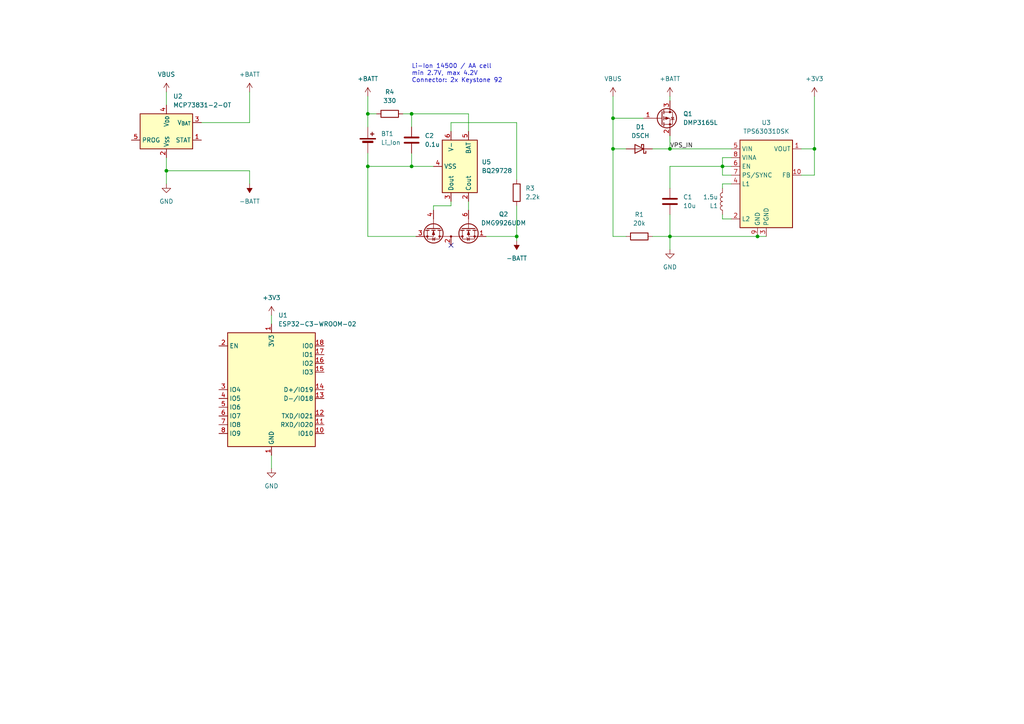
<source format=kicad_sch>
(kicad_sch (version 20230121) (generator eeschema)
  (paper "A4")
  (lib_symbols
    (symbol "0_thisproject:ESP32-C3-WROOM-02"
      (property "Reference" "U" (at -11.43 17.78 0))
      (property "Value" "ESP32-C3-WROOM-02" (at 12.7 17.78 0))
      (symbol "ESP32-C3-WROOM-02_0_1"
        (rectangle (start -12.7 16.51) (end 12.7 -16.51) (stroke (width 0.254)) (fill (type background)))
      )
      (symbol "ESP32-C3-WROOM-02_1_1"
        (pin power_in line (at 0 19.05 270) (length 2.54) (name "3V3") (number "1"))
        (pin power_in line (at 0 -19.05 90) (length 2.54) (name "GND") (number "1"))
        (pin bidirectional line (at 15.24 -12.7 180) (length 2.54) (name "IO10") (number "10"))
        (pin bidirectional line (at 15.24 -10.16 180) (length 2.54) (name "RXD/IO20") (number "11"))
        (pin bidirectional line (at 15.24 -7.62 180) (length 2.54) (name "TXD/IO21") (number "12"))
        (pin bidirectional line (at 15.24 -2.54 180) (length 2.54) (name "D-/IO18") (number "13"))
        (pin bidirectional line (at 15.24 0 180) (length 2.54) (name "D+/IO19") (number "14"))
        (pin bidirectional line (at 15.24 5.08 180) (length 2.54) (name "IO3") (number "15"))
        (pin bidirectional line (at 15.24 7.62 180) (length 2.54) (name "IO2") (number "16"))
        (pin bidirectional line (at 15.24 10.16 180) (length 2.54) (name "IO1") (number "17"))
        (pin bidirectional line (at 15.24 12.7 180) (length 2.54) (name "IO0") (number "18"))
        (pin passive line (at 0 -19.05 90) (length 2.54) hide (name "GND") (number "19"))
        (pin input line (at -15.24 12.7 0) (length 2.54) (name "EN") (number "2"))
        (pin bidirectional line (at -15.24 0 0) (length 2.54) (name "IO4") (number "3"))
        (pin bidirectional line (at -15.24 -2.54 0) (length 2.54) (name "IO5") (number "4"))
        (pin bidirectional line (at -15.24 -5.08 0) (length 2.54) (name "IO6") (number "5"))
        (pin bidirectional line (at -15.24 -7.62 0) (length 2.54) (name "IO7") (number "6"))
        (pin bidirectional line (at -15.24 -10.16 0) (length 2.54) (name "IO8") (number "7"))
        (pin bidirectional line (at -15.24 -12.7 0) (length 2.54) (name "IO9") (number "8"))
      )
    )
    (symbol "Battery_Management:BQ297xy"
      (property "Reference" "U" (at -6.35 6.35 0))
      (property "Value" "BQ297xy" (at 5.08 -6.35 0))
      (symbol "BQ297xy_0_1"
        (rectangle (start -7.62 5.08) (end 7.62 -5.08) (stroke (width 0.254)) (fill (type background)))
      )
      (symbol "BQ297xy_1_1"
        (pin no_connect line (at 7.62 0 180) (length 2.54) hide (name "NC") (number "1"))
        (pin output line (at 10.16 2.54 180) (length 2.54) (name "Cout") (number "2"))
        (pin output line (at 10.16 -2.54 180) (length 2.54) (name "Dout") (number "3"))
        (pin power_in line (at 0 -7.62 90) (length 2.54) (name "VSS") (number "4"))
        (pin input line (at -10.16 2.54 0) (length 2.54) (name "BAT") (number "5"))
        (pin input line (at -10.16 -2.54 0) (length 2.54) (name "V-") (number "6"))
      )
    )
    (symbol "Battery_Management:MCP73831-2-OT"
      (property "Reference" "U" (at -7.62 6.35 0))
      (property "Value" "MCP73831-2-OT" (at 1.27 6.35 0))
      (symbol "MCP73831-2-OT_0_1"
        (rectangle (start -7.62 5.08) (end 7.62 -5.08) (stroke (width 0.254)) (fill (type background)))
      )
      (symbol "MCP73831-2-OT_1_1"
        (pin output line (at 10.16 -2.54 180) (length 2.54) (name "STAT") (number "1"))
        (pin power_in line (at 0 -7.62 90) (length 2.54) (name "V_{SS}") (number "2"))
        (pin power_out line (at 10.16 2.54 180) (length 2.54) (name "V_{BAT}") (number "3"))
        (pin power_in line (at 0 7.62 270) (length 2.54) (name "V_{DD}") (number "4"))
        (pin input line (at -10.16 -2.54 0) (length 2.54) (name "PROG") (number "5"))
      )
    )
    (symbol "Device:Battery_Cell" (pin_numbers hide) (pin_names (offset 0) hide)
      (property "Reference" "BT" (at 2.54 2.54 0))
      (property "Value" "Battery_Cell" (at 2.54 0 0))
      (symbol "Battery_Cell_0_1"
        (rectangle (start -2.286 1.778) (end 2.286 1.524) (fill (type outline)))
        (rectangle (start -1.524 1.016) (end 1.524 0.508) (fill (type outline)))
        (polyline (pts (xy 0 0.762) (xy 0 0)))
        (polyline (pts (xy 0 1.778) (xy 0 2.54)))
        (polyline (pts (xy 0.762 3.048) (xy 1.778 3.048)) (stroke (width 0.254)))
        (polyline (pts (xy 1.27 3.556) (xy 1.27 2.54)) (stroke (width 0.254)))
      )
      (symbol "Battery_Cell_1_1"
        (pin passive line (at 0 5.08 270) (length 2.54) (name "+") (number "1"))
        (pin passive line (at 0 -2.54 90) (length 2.54) (name "-") (number "2"))
      )
    )
    (symbol "Device:C" (pin_numbers hide) (pin_names (offset 0.254))
      (property "Reference" "C" (at 0.635 2.54 0))
      (property "Value" "C" (at 0.635 -2.54 0))
      (symbol "C_0_1"
        (polyline (pts (xy -2.032 -0.762) (xy 2.032 -0.762)) (stroke (width 0.508)))
        (polyline (pts (xy -2.032 0.762) (xy 2.032 0.762)) (stroke (width 0.508)))
      )
      (symbol "C_1_1"
        (pin passive line (at 0 3.81 270) (length 2.794) (name "~") (number "1"))
        (pin passive line (at 0 -3.81 90) (length 2.794) (name "~") (number "2"))
      )
    )
    (symbol "Device:D_Schottky" (pin_numbers hide) (pin_names (offset 1.016) hide)
      (property "Reference" "D" (at 0 2.54 0))
      (property "Value" "D_Schottky" (at 0 -2.54 0))
      (symbol "D_Schottky_0_1"
        (polyline (pts (xy 1.27 0) (xy -1.27 0)))
        (polyline (pts (xy 1.27 1.27) (xy 1.27 -1.27) (xy -1.27 0) (xy 1.27 1.27)) (stroke (width 0.254)))
        (polyline (pts (xy -1.905 0.635) (xy -1.905 1.27) (xy -1.27 1.27) (xy -1.27 -1.27) (xy -0.635 -1.27) (xy -0.635 -0.635)) (stroke (width 0.254)))
      )
      (symbol "D_Schottky_1_1"
        (pin passive line (at -3.81 0 0) (length 2.54) (name "K") (number "1"))
        (pin passive line (at 3.81 0 180) (length 2.54) (name "A") (number "2"))
      )
    )
    (symbol "Device:L" (pin_numbers hide) (pin_names (offset 1.016) hide)
      (property "Reference" "L" (at -1.27 0 90))
      (property "Value" "L" (at 1.905 0 90))
      (symbol "L_0_1"
        (arc (start 0 -2.54) (mid 0.6323 -1.905) (end 0 -1.27))
        (arc (start 0 -1.27) (mid 0.6323 -0.635) (end 0 0))
        (arc (start 0 0) (mid 0.6323 0.635) (end 0 1.27))
        (arc (start 0 1.27) (mid 0.6323 1.905) (end 0 2.54))
      )
      (symbol "L_1_1"
        (pin passive line (at 0 3.81 270) (length 1.27) (name "1") (number "1"))
        (pin passive line (at 0 -3.81 90) (length 1.27) (name "2") (number "2"))
      )
    )
    (symbol "Device:R" (pin_numbers hide) (pin_names (offset 0))
      (property "Reference" "R" (at 2.032 0 90))
      (property "Value" "R" (at 0 0 90))
      (symbol "R_0_1"
        (rectangle (start -1.016 -2.54) (end 1.016 2.54) (stroke (width 0.254)))
      )
      (symbol "R_1_1"
        (pin passive line (at 0 3.81 270) (length 1.27) (name "~") (number "1"))
        (pin passive line (at 0 -3.81 90) (length 1.27) (name "~") (number "2"))
      )
    )
    (symbol "Regulator_Switching:TPS63031DSK"
      (property "Reference" "U" (at -7.62 13.97 0))
      (property "Value" "TPS63031DSK" (at 5.08 13.97 0))
      (symbol "TPS63031DSK_0_1"
        (rectangle (start -7.62 12.7) (end 7.62 -12.7) (stroke (width 0.254)) (fill (type background)))
      )
      (symbol "TPS63031DSK_1_1"
        (pin power_out line (at 10.16 10.16 180) (length 2.54) (name "VOUT") (number "1"))
        (pin input line (at 10.16 2.54 180) (length 2.54) (name "FB") (number "10"))
        (pin passive line (at 0 -15.24 90) (length 2.54) hide (name "PGND") (number "11"))
        (pin input line (at -10.16 -10.16 0) (length 2.54) (name "L2") (number "2"))
        (pin power_in line (at 0 -15.24 90) (length 2.54) (name "PGND") (number "3"))
        (pin input line (at -10.16 0 0) (length 2.54) (name "L1") (number "4"))
        (pin power_in line (at -10.16 10.16 0) (length 2.54) (name "VIN") (number "5"))
        (pin input line (at -10.16 5.08 0) (length 2.54) (name "EN") (number "6"))
        (pin input line (at -10.16 2.54 0) (length 2.54) (name "PS/SYNC") (number "7"))
        (pin passive line (at -10.16 7.62 0) (length 2.54) (name "VINA") (number "8"))
        (pin power_in line (at -2.54 -15.24 90) (length 2.54) (name "GND") (number "9"))
      )
    )
    (symbol "Transistor_FET:DMG2301L" (pin_names hide)
      (property "Reference" "Q" (at 5.08 1.905 0))
      (property "Value" "DMG2301L" (at 5.08 0 0))
      (symbol "DMG2301L_0_1"
        (polyline (pts (xy 0.254 0) (xy -2.54 0)))
        (polyline (pts (xy 0.254 1.905) (xy 0.254 -1.905)) (stroke (width 0.254)))
        (polyline (pts (xy 0.762 -1.27) (xy 0.762 -2.286)) (stroke (width 0.254)))
        (polyline (pts (xy 0.762 0.508) (xy 0.762 -0.508)) (stroke (width 0.254)))
        (polyline (pts (xy 0.762 2.286) (xy 0.762 1.27)) (stroke (width 0.254)))
        (polyline (pts (xy 2.54 2.54) (xy 2.54 1.778)))
        (polyline (pts (xy 2.54 -2.54) (xy 2.54 0) (xy 0.762 0)))
        (polyline (pts (xy 0.762 1.778) (xy 3.302 1.778) (xy 3.302 -1.778) (xy 0.762 -1.778)))
        (polyline (pts (xy 2.286 0) (xy 1.27 0.381) (xy 1.27 -0.381) (xy 2.286 0)) (fill (type outline)))
        (polyline (pts (xy 2.794 -0.508) (xy 2.921 -0.381) (xy 3.683 -0.381) (xy 3.81 -0.254)))
        (polyline (pts (xy 3.302 -0.381) (xy 2.921 0.254) (xy 3.683 0.254) (xy 3.302 -0.381)))
        (circle (center 1.651 0) (radius 2.794) (stroke (width 0.254)))
        (circle (center 2.54 -1.778) (radius 0.254) (fill (type outline)))
        (circle (center 2.54 1.778) (radius 0.254) (fill (type outline)))
      )
      (symbol "DMG2301L_1_1"
        (pin input line (at -5.08 0 0) (length 2.54) (name "G") (number "1"))
        (pin passive line (at 2.54 -5.08 90) (length 2.54) (name "S") (number "2"))
        (pin passive line (at 2.54 5.08 270) (length 2.54) (name "D") (number "3"))
      )
    )
    (symbol "Transistor_FET:DMG9926UDM" (pin_names hide)
      (property "Reference" "Q" (at 2.54 3.175 0))
      (property "Value" "DMG9926UDM" (at 2.54 5.08 0))
      (symbol "DMG9926UDM_0_1"
        (circle (center -0.889 5.08) (radius 2.794) (stroke (width 0.254)))
        (polyline (pts (xy -2.286 3.175) (xy -2.286 6.985)) (stroke (width 0.254)))
        (polyline (pts (xy -2.286 5.08) (xy -5.08 5.08)))
        (polyline (pts (xy -1.778 2.794) (xy -1.778 3.81)) (stroke (width 0.254)))
        (polyline (pts (xy -1.778 4.572) (xy -1.778 5.588)) (stroke (width 0.254)))
        (polyline (pts (xy -1.778 6.35) (xy -1.778 7.366)) (stroke (width 0.254)))
        (polyline (pts (xy 0 -3.302) (xy 0 3.302)))
        (polyline (pts (xy 0 7.62) (xy 0 5.08) (xy -1.778 5.08)))
        (polyline (pts (xy -1.778 6.858) (xy 0.762 6.858) (xy 0.762 3.302) (xy -1.778 3.302)))
        (polyline (pts (xy -1.524 5.08) (xy -0.508 4.699) (xy -0.508 5.461) (xy -1.524 5.08)) (fill (type outline)))
        (polyline (pts (xy 0.254 4.572) (xy 0.381 4.699) (xy 1.143 4.699) (xy 1.27 4.826)))
        (polyline (pts (xy 0.762 4.699) (xy 0.381 5.334) (xy 1.143 5.334) (xy 0.762 4.699)))
        (circle (center 0 3.302) (radius 0.254) (fill (type outline)))
        (circle (center 0 6.858) (radius 0.254) (fill (type outline)))
      )
      (symbol "DMG9926UDM_1_1"
        (circle (center -0.889 -5.08) (radius 2.794) (stroke (width 0.254)))
        (circle (center 0 -6.858) (radius 0.254) (fill (type outline)))
        (circle (center 0 -3.302) (radius 0.254) (fill (type outline)))
        (polyline (pts (xy -2.286 -5.08) (xy -5.08 -5.08)))
        (polyline (pts (xy -2.286 -3.175) (xy -2.286 -6.985)) (stroke (width 0.254)))
        (polyline (pts (xy -1.778 -6.35) (xy -1.778 -7.366)) (stroke (width 0.254)))
        (polyline (pts (xy -1.778 -4.572) (xy -1.778 -5.588)) (stroke (width 0.254)))
        (polyline (pts (xy -1.778 -2.794) (xy -1.778 -3.81)) (stroke (width 0.254)))
        (polyline (pts (xy 0 -7.62) (xy 0 -5.08) (xy -1.778 -5.08)))
        (polyline (pts (xy -1.778 -6.858) (xy 0.762 -6.858) (xy 0.762 -3.302) (xy -1.778 -3.302)))
        (polyline (pts (xy -1.524 -5.08) (xy -0.508 -4.699) (xy -0.508 -5.461) (xy -1.524 -5.08)) (fill (type outline)))
        (polyline (pts (xy 0.254 -4.572) (xy 0.381 -4.699) (xy 1.143 -4.699) (xy 1.27 -4.826)))
        (polyline (pts (xy 0.762 -4.699) (xy 0.381 -5.334) (xy 1.143 -5.334) (xy 0.762 -4.699)))
        (circle (center 0 0) (radius 0.254) (fill (type outline)))
        (pin passive line (at 0 10.16 270) (length 2.54) (name "D1") (number "1"))
        (pin passive line (at 2.54 0 180) (length 2.54) (name "S1/D2") (number "2"))
        (pin passive line (at 0 -10.16 90) (length 2.54) (name "S2") (number "3"))
        (pin input line (at -7.62 -5.08 0) (length 2.54) (name "G2") (number "4"))
        (pin passive line (at 2.54 0 180) (length 2.54) hide (name "S1/D2") (number "5"))
        (pin input line (at -7.62 5.08 0) (length 2.54) (name "G1") (number "6"))
      )
    )
    (symbol "power:+3V3" (power) (pin_names (offset 0))
      (property "Value" "+3V3" (at 0 3.556 0))
      (symbol "+3V3_0_1"
        (polyline (pts (xy -0.762 1.27) (xy 0 2.54)))
        (polyline (pts (xy 0 0) (xy 0 2.54)))
        (polyline (pts (xy 0 2.54) (xy 0.762 1.27)))
      )
      (symbol "+3V3_1_1"
        (pin power_in line (at 0 0 90) (length 0) hide (name "+3V3") (number "1"))
      )
    )
    (symbol "power:+BATT" (power) (pin_names (offset 0))
      (property "Value" "+BATT" (at 0 3.556 0))
      (symbol "+BATT_0_1"
        (polyline (pts (xy -0.762 1.27) (xy 0 2.54)))
        (polyline (pts (xy 0 0) (xy 0 2.54)))
        (polyline (pts (xy 0 2.54) (xy 0.762 1.27)))
      )
      (symbol "+BATT_1_1"
        (pin power_in line (at 0 0 90) (length 0) hide (name "+BATT") (number "1"))
      )
    )
    (symbol "power:-BATT" (power) (pin_names (offset 0))
      (property "Value" "-BATT" (at 0 3.556 0))
      (symbol "-BATT_0_1"
        (polyline (pts (xy 0 0) (xy 0 2.54)))
        (polyline (pts (xy 0.762 1.27) (xy -0.762 1.27) (xy 0 2.54) (xy 0.762 1.27)) (fill (type outline)))
      )
      (symbol "-BATT_1_1"
        (pin power_in line (at 0 0 90) (length 0) hide (name "-BATT") (number "1"))
      )
    )
    (symbol "power:GND" (power) (pin_names (offset 0))
      (property "Value" "GND" (at 0 -3.81 0))
      (symbol "GND_0_1"
        (polyline (pts (xy 0 0) (xy 0 -1.27) (xy 1.27 -1.27) (xy 0 -2.54) (xy -1.27 -1.27) (xy 0 -1.27)))
      )
      (symbol "GND_1_1"
        (pin power_in line (at 0 0 270) (length 0) hide (name "GND") (number "1"))
      )
    )
    (symbol "power:VBUS" (power) (pin_names (offset 0))
      (property "Value" "VBUS" (at 0 3.81 0))
      (symbol "VBUS_0_1"
        (polyline (pts (xy -0.762 1.27) (xy 0 2.54)))
        (polyline (pts (xy 0 0) (xy 0 2.54)))
        (polyline (pts (xy 0 2.54) (xy 0.762 1.27)))
      )
      (symbol "VBUS_1_1"
        (pin power_in line (at 0 0 90) (length 0) hide (name "VBUS") (number "1"))
      )
    )
  )
  (junction (at 177.8 43.18))
  (junction (at 106.68 48.26))
  (junction (at 236.22 43.18))
  (junction (at 106.68 33.02))
  (junction (at 119.38 48.26))
  (junction (at 48.26 49.53))
  (junction (at 209.55 48.26))
  (junction (at 194.31 43.18))
  (junction (at 119.38 33.02))
  (junction (at 177.8 34.29))
  (junction (at 149.86 68.58))
  (junction (at 194.31 68.58))
  (junction (at 219.71 68.58))
  (no_connect (at 130.81 71.12))
  (wire (pts (xy 236.22 50.8) (xy 236.22 43.18)))
  (wire (pts (xy 116.84 33.02) (xy 119.38 33.02)))
  (wire (pts (xy 177.8 43.18) (xy 177.8 68.58)))
  (wire (pts (xy 212.09 45.72) (xy 209.55 45.72)))
  (wire (pts (xy 194.31 62.23) (xy 194.31 68.58)))
  (wire (pts (xy 106.68 48.26) (xy 119.38 48.26)))
  (wire (pts (xy 209.55 45.72) (xy 209.55 48.26)))
  (wire (pts (xy 48.26 49.53) (xy 48.26 53.34)))
  (wire (pts (xy 189.23 43.18) (xy 194.31 43.18)))
  (wire (pts (xy 232.41 50.8) (xy 236.22 50.8)))
  (wire (pts (xy 140.97 68.58) (xy 149.86 68.58)))
  (wire (pts (xy 72.39 26.67) (xy 72.39 35.56)))
  (wire (pts (xy 130.81 58.42) (xy 130.81 59.69)))
  (wire (pts (xy 209.55 53.34) (xy 209.55 54.61)))
  (wire (pts (xy 135.89 38.1) (xy 135.89 33.02)))
  (wire (pts (xy 48.26 45.72) (xy 48.26 49.53)))
  (wire (pts (xy 177.8 43.18) (xy 181.61 43.18)))
  (wire (pts (xy 72.39 49.53) (xy 72.39 53.34)))
  (wire (pts (xy 58.42 35.56) (xy 72.39 35.56)))
  (wire (pts (xy 106.68 27.94) (xy 106.68 33.02)))
  (wire (pts (xy 78.74 132.08) (xy 78.74 135.89)))
  (wire (pts (xy 209.55 53.34) (xy 212.09 53.34)))
  (wire (pts (xy 119.38 44.45) (xy 119.38 48.26)))
  (wire (pts (xy 177.8 34.29) (xy 177.8 43.18)))
  (wire (pts (xy 177.8 34.29) (xy 186.69 34.29)))
  (wire (pts (xy 189.23 68.58) (xy 194.31 68.58)))
  (wire (pts (xy 125.73 59.69) (xy 125.73 60.96)))
  (wire (pts (xy 194.31 48.26) (xy 209.55 48.26)))
  (wire (pts (xy 130.81 35.56) (xy 130.81 38.1)))
  (wire (pts (xy 106.68 33.02) (xy 106.68 36.83)))
  (wire (pts (xy 149.86 68.58) (xy 149.86 69.85)))
  (wire (pts (xy 209.55 50.8) (xy 212.09 50.8)))
  (wire (pts (xy 135.89 58.42) (xy 135.89 60.96)))
  (wire (pts (xy 48.26 26.67) (xy 48.26 30.48)))
  (wire (pts (xy 194.31 54.61) (xy 194.31 48.26)))
  (wire (pts (xy 209.55 48.26) (xy 212.09 48.26)))
  (wire (pts (xy 194.31 68.58) (xy 194.31 72.39)))
  (wire (pts (xy 177.8 68.58) (xy 181.61 68.58)))
  (wire (pts (xy 119.38 33.02) (xy 135.89 33.02)))
  (wire (pts (xy 209.55 63.5) (xy 212.09 63.5)))
  (wire (pts (xy 194.31 39.37) (xy 194.31 43.18)))
  (wire (pts (xy 106.68 68.58) (xy 120.65 68.58)))
  (wire (pts (xy 232.41 43.18) (xy 236.22 43.18)))
  (wire (pts (xy 130.81 35.56) (xy 149.86 35.56)))
  (wire (pts (xy 119.38 48.26) (xy 125.73 48.26)))
  (wire (pts (xy 177.8 27.94) (xy 177.8 34.29)))
  (wire (pts (xy 149.86 35.56) (xy 149.86 52.07)))
  (wire (pts (xy 219.71 68.58) (xy 222.25 68.58)))
  (wire (pts (xy 72.39 49.53) (xy 48.26 49.53)))
  (wire (pts (xy 119.38 33.02) (xy 119.38 36.83)))
  (wire (pts (xy 106.68 33.02) (xy 109.22 33.02)))
  (wire (pts (xy 194.31 43.18) (xy 212.09 43.18)))
  (wire (pts (xy 106.68 44.45) (xy 106.68 48.26)))
  (wire (pts (xy 78.74 91.44) (xy 78.74 93.98)))
  (wire (pts (xy 209.55 48.26) (xy 209.55 50.8)))
  (wire (pts (xy 194.31 68.58) (xy 219.71 68.58)))
  (wire (pts (xy 149.86 59.69) (xy 149.86 68.58)))
  (wire (pts (xy 194.31 27.94) (xy 194.31 29.21)))
  (wire (pts (xy 209.55 62.23) (xy 209.55 63.5)))
  (wire (pts (xy 236.22 27.94) (xy 236.22 43.18)))
  (wire (pts (xy 106.68 48.26) (xy 106.68 68.58)))
  (wire (pts (xy 125.73 59.69) (xy 130.81 59.69)))
  (text "Li-Ion 14500 / AA cell\nmin 2.7V, max 4.2V\nConnector: 2x Keystone 92" (at 119.38 24.13 0) (effects (font (size 1.27 1.27)) (justify left bottom)))
  (label "VPS_IN" (at 194.31 43.18 0))
  (symbol (lib_id "Device:Battery_Cell") (at 106.68 41.91 0) (unit 1)
    (property "Reference" "BT1" (at 110.49 38.7985 0) (effects (justify left)))
    (property "Value" "Li_Ion" (at 110.49 41.3385 0) (effects (justify left)))
  )
  (symbol (lib_id "0_thisproject:ESP32-C3-WROOM-02") (at 78.74 113.03 0) (unit 1)
    (property "Reference" "U1" (at 80.6959 91.44 0) (effects (justify left)))
    (property "Value" "ESP32-C3-WROOM-02" (at 80.6959 93.98 0) (effects (justify left)))
    (property "Footprint" "0-thisproject:ESP32-C3-WROOM-02" (effects hide))
    (property "Datasheet" "https://www.espressif.com/sites/default/files/documentation/esp32-c3-wroom-02_datasheet_en.pdf" (effects hide))
  )
  (symbol (lib_id "Device:R") (at 149.86 55.88 0) (unit 1)
    (property "Reference" "R3" (at 152.4 54.61 0) (effects (justify left)))
    (property "Value" "2.2k" (at 152.4 57.15 0) (effects (justify left)))
  )
  (symbol (lib_id "power:+3V3") (at 236.22 27.94 0) (unit 1)
    (property "Reference" "#PWR02" (effects hide))
    (property "Value" "+3V3" (at 236.22 22.86 0))
  )
  (symbol (lib_id "Device:L") (at 209.55 58.42 180) (unit 1)
    (property "Reference" "L1" (at 208.28 59.69 0) (effects (justify left)))
    (property "Value" "1.5u" (at 208.28 57.15 0) (effects (justify left)))
  )
  (symbol (lib_id "Battery_Management:BQ297xy") (at 133.35 48.26 270) (unit 1)
    (property "Reference" "U5" (at 139.7 46.99 90) (effects (justify left)))
    (property "Value" "BQ29728" (at 139.7 49.53 90) (effects (justify left)))
    (property "Footprint" "Package_SON:WSON-6_1.5x1.5mm_P0.5mm" (effects hide))
    (property "Datasheet" "http://www.ti.com/lit/ds/symlink/bq2970.pdf" (effects hide))
  )
  (symbol (lib_id "power:GND") (at 194.31 72.39 0) (unit 1)
    (property "Reference" "#PWR07" (effects hide))
    (property "Value" "GND" (at 194.31 77.47 0))
  )
  (symbol (lib_id "power:+BATT") (at 72.39 26.67 0) (unit 1)
    (property "Reference" "#PWR05" (effects hide))
    (property "Value" "+BATT" (at 72.39 21.59 0))
  )
  (symbol (lib_id "power:-BATT") (at 149.86 69.85 180) (unit 1)
    (property "Reference" "#PWR03" (effects hide))
    (property "Value" "-BATT" (at 149.86 74.93 0))
  )
  (symbol (lib_id "Regulator_Switching:TPS63031DSK") (at 222.25 53.34 0) (unit 1)
    (property "Reference" "U3" (at 222.25 35.56 0))
    (property "Value" "TPS63031DSK" (at 222.25 38.1 0))
    (property "Footprint" "Package_SON:WSON-10-1EP_2.5x2.5mm_P0.5mm_EP1.2x2mm" (effects hide))
    (property "Datasheet" "http://www.ti.com/lit/ds/symlink/tps63031.pdf" (effects hide))
  )
  (symbol (lib_id "Device:R") (at 113.03 33.02 270) (unit 1)
    (property "Reference" "R4" (at 113.03 26.67 90))
    (property "Value" "330" (at 113.03 29.21 90))
  )
  (symbol (lib_id "power:+BATT") (at 194.31 27.94 0) (unit 1)
    (property "Reference" "#PWR010" (effects hide))
    (property "Value" "+BATT" (at 194.31 22.86 0))
  )
  (symbol (lib_id "power:GND") (at 78.74 135.89 0) (unit 1)
    (property "Reference" "#PWR09" (effects hide))
    (property "Value" "GND" (at 78.74 140.97 0))
  )
  (symbol (lib_id "power:VBUS") (at 177.8 27.94 0) (unit 1)
    (property "Reference" "#PWR011" (effects hide))
    (property "Value" "VBUS" (at 177.8 22.86 0))
  )
  (symbol (lib_id "Transistor_FET:DMG2301L") (at 191.77 34.29 0) (unit 1)
    (property "Reference" "Q1" (at 198.12 33.02 0) (effects (justify left)))
    (property "Value" "DMP3165L" (at 198.12 35.56 0) (effects (justify left)))
    (property "Footprint" "Package_TO_SOT_SMD:SOT-23" (effects hide))
    (property "Datasheet" "https://www.diodes.com/assets/Datasheets/DMP3165L.pdf" (effects hide))
  )
  (symbol (lib_id "Device:R") (at 185.42 68.58 90) (unit 1)
    (property "Reference" "R1" (at 185.42 62.23 90))
    (property "Value" "20k" (at 185.42 64.77 90))
  )
  (symbol (lib_id "power:VBUS") (at 48.26 26.67 0) (unit 1)
    (property "Reference" "#PWR04" (effects hide))
    (property "Value" "VBUS" (at 48.26 21.59 0))
  )
  (symbol (lib_id "Transistor_FET:DMG9926UDM") (at 130.81 68.58 270) (unit 1)
    (property "Reference" "Q2" (at 146.05 62.1283 90))
    (property "Value" "DMG9926UDM" (at 146.05 64.6683 90))
    (property "Footprint" "Package_TO_SOT_SMD:SOT-23-6" (effects hide))
    (property "Datasheet" "https://www.diodes.com/assets/Datasheets/ds31770.pdf" (effects hide))
  )
  (symbol (lib_id "Device:C") (at 194.31 58.42 0) (unit 1)
    (property "Reference" "C1" (at 198.12 57.15 0) (effects (justify left)))
    (property "Value" "10u" (at 198.12 59.69 0) (effects (justify left)))
  )
  (symbol (lib_id "power:-BATT") (at 72.39 53.34 180) (unit 1)
    (property "Reference" "#PWR06" (effects hide))
    (property "Value" "-BATT" (at 72.39 58.42 0))
  )
  (symbol (lib_id "Device:D_Schottky") (at 185.42 43.18 180) (unit 1)
    (property "Reference" "D1" (at 185.7375 36.83 0))
    (property "Value" "DSCH" (at 185.7375 39.37 0))
  )
  (symbol (lib_id "Device:C") (at 119.38 40.64 180) (unit 1)
    (property "Reference" "C2" (at 123.19 39.37 0) (effects (justify right)))
    (property "Value" "0.1u" (at 123.19 41.91 0) (effects (justify right)))
  )
  (symbol (lib_id "power:GND") (at 48.26 53.34 0) (unit 1)
    (property "Reference" "#PWR01" (effects hide))
    (property "Value" "GND" (at 48.26 58.42 0))
  )
  (symbol (lib_id "Battery_Management:MCP73831-2-OT") (at 48.26 38.1 0) (unit 1)
    (property "Reference" "U2" (at 50.2159 27.94 0) (effects (justify left)))
    (property "Value" "MCP73831-2-OT" (at 50.2159 30.48 0) (effects (justify left)))
    (property "Footprint" "Package_TO_SOT_SMD:SOT-23-5" (effects hide))
    (property "Datasheet" "http://ww1.microchip.com/downloads/en/DeviceDoc/20001984g.pdf" (effects hide))
  )
  (symbol (lib_id "power:+BATT") (at 106.68 27.94 0) (unit 1)
    (property "Reference" "#PWR012" (effects hide))
    (property "Value" "+BATT" (at 106.68 22.86 0))
  )
  (symbol (lib_id "power:+3V3") (at 78.74 91.44 0) (unit 1)
    (property "Reference" "#PWR08" (effects hide))
    (property "Value" "+3V3" (at 78.74 86.36 0))
  )
)
</source>
